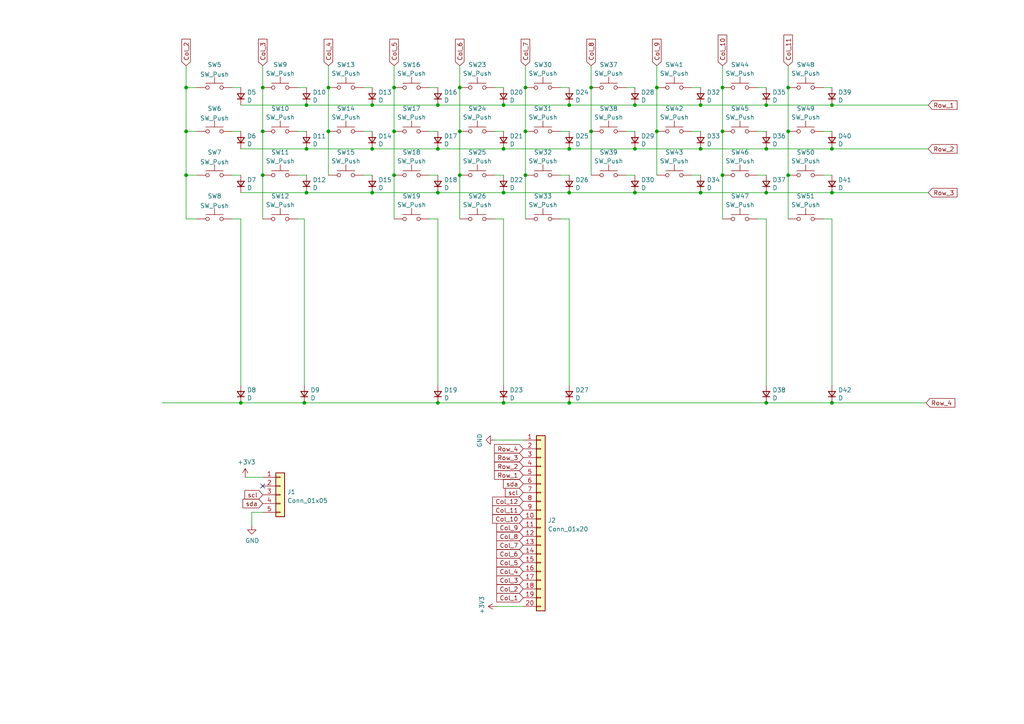
<source format=kicad_sch>
(kicad_sch (version 20211123) (generator eeschema)
  (paper "A4")
  (lib_symbols
    (symbol "Connector_Generic:Conn_01x05" (pin_names (offset 1.016) hide)
      (property "Reference" "J" (at 0 7.62 0))
      (property "Value" "Conn_01x05" (at 0 -7.62 0))
      (symbol "Conn_01x05_1_1"
        (rectangle (start -1.27 -4.953) (end 0 -5.207) (stroke (width 0.1524)))
        (rectangle (start -1.27 -2.413) (end 0 -2.667) (stroke (width 0.1524)))
        (rectangle (start -1.27 0.127) (end 0 -0.127) (stroke (width 0.1524)))
        (rectangle (start -1.27 2.667) (end 0 2.413) (stroke (width 0.1524)))
        (rectangle (start -1.27 5.207) (end 0 4.953) (stroke (width 0.1524)))
        (rectangle (start -1.27 6.35) (end 1.27 -6.35) (stroke (width 0.254)) (fill (type background)))
        (pin passive line (at -5.08 5.08 0) (length 3.81) (name "Pin_1") (number "1"))
        (pin passive line (at -5.08 2.54 0) (length 3.81) (name "Pin_2") (number "2"))
        (pin passive line (at -5.08 0 0) (length 3.81) (name "Pin_3") (number "3"))
        (pin passive line (at -5.08 -2.54 0) (length 3.81) (name "Pin_4") (number "4"))
        (pin passive line (at -5.08 -5.08 0) (length 3.81) (name "Pin_5") (number "5"))
      )
    )
    (symbol "Connector_Generic:Conn_01x20" (pin_names (offset 1.016) hide)
      (property "Reference" "J" (at 0 25.4 0))
      (property "Value" "Conn_01x20" (at 0 -27.94 0))
      (symbol "Conn_01x20_1_1"
        (rectangle (start -1.27 -25.273) (end 0 -25.527) (stroke (width 0.1524)))
        (rectangle (start -1.27 -22.733) (end 0 -22.987) (stroke (width 0.1524)))
        (rectangle (start -1.27 -20.193) (end 0 -20.447) (stroke (width 0.1524)))
        (rectangle (start -1.27 -17.653) (end 0 -17.907) (stroke (width 0.1524)))
        (rectangle (start -1.27 -15.113) (end 0 -15.367) (stroke (width 0.1524)))
        (rectangle (start -1.27 -12.573) (end 0 -12.827) (stroke (width 0.1524)))
        (rectangle (start -1.27 -10.033) (end 0 -10.287) (stroke (width 0.1524)))
        (rectangle (start -1.27 -7.493) (end 0 -7.747) (stroke (width 0.1524)))
        (rectangle (start -1.27 -4.953) (end 0 -5.207) (stroke (width 0.1524)))
        (rectangle (start -1.27 -2.413) (end 0 -2.667) (stroke (width 0.1524)))
        (rectangle (start -1.27 0.127) (end 0 -0.127) (stroke (width 0.1524)))
        (rectangle (start -1.27 2.667) (end 0 2.413) (stroke (width 0.1524)))
        (rectangle (start -1.27 5.207) (end 0 4.953) (stroke (width 0.1524)))
        (rectangle (start -1.27 7.747) (end 0 7.493) (stroke (width 0.1524)))
        (rectangle (start -1.27 10.287) (end 0 10.033) (stroke (width 0.1524)))
        (rectangle (start -1.27 12.827) (end 0 12.573) (stroke (width 0.1524)))
        (rectangle (start -1.27 15.367) (end 0 15.113) (stroke (width 0.1524)))
        (rectangle (start -1.27 17.907) (end 0 17.653) (stroke (width 0.1524)))
        (rectangle (start -1.27 20.447) (end 0 20.193) (stroke (width 0.1524)))
        (rectangle (start -1.27 22.987) (end 0 22.733) (stroke (width 0.1524)))
        (rectangle (start -1.27 24.13) (end 1.27 -26.67) (stroke (width 0.254)) (fill (type background)))
        (pin passive line (at -5.08 22.86 0) (length 3.81) (name "Pin_1") (number "1"))
        (pin passive line (at -5.08 0 0) (length 3.81) (name "Pin_10") (number "10"))
        (pin passive line (at -5.08 -2.54 0) (length 3.81) (name "Pin_11") (number "11"))
        (pin passive line (at -5.08 -5.08 0) (length 3.81) (name "Pin_12") (number "12"))
        (pin passive line (at -5.08 -7.62 0) (length 3.81) (name "Pin_13") (number "13"))
        (pin passive line (at -5.08 -10.16 0) (length 3.81) (name "Pin_14") (number "14"))
        (pin passive line (at -5.08 -12.7 0) (length 3.81) (name "Pin_15") (number "15"))
        (pin passive line (at -5.08 -15.24 0) (length 3.81) (name "Pin_16") (number "16"))
        (pin passive line (at -5.08 -17.78 0) (length 3.81) (name "Pin_17") (number "17"))
        (pin passive line (at -5.08 -20.32 0) (length 3.81) (name "Pin_18") (number "18"))
        (pin passive line (at -5.08 -22.86 0) (length 3.81) (name "Pin_19") (number "19"))
        (pin passive line (at -5.08 20.32 0) (length 3.81) (name "Pin_2") (number "2"))
        (pin passive line (at -5.08 -25.4 0) (length 3.81) (name "Pin_20") (number "20"))
        (pin passive line (at -5.08 17.78 0) (length 3.81) (name "Pin_3") (number "3"))
        (pin passive line (at -5.08 15.24 0) (length 3.81) (name "Pin_4") (number "4"))
        (pin passive line (at -5.08 12.7 0) (length 3.81) (name "Pin_5") (number "5"))
        (pin passive line (at -5.08 10.16 0) (length 3.81) (name "Pin_6") (number "6"))
        (pin passive line (at -5.08 7.62 0) (length 3.81) (name "Pin_7") (number "7"))
        (pin passive line (at -5.08 5.08 0) (length 3.81) (name "Pin_8") (number "8"))
        (pin passive line (at -5.08 2.54 0) (length 3.81) (name "Pin_9") (number "9"))
      )
    )
    (symbol "Device:D_Small" (pin_numbers hide) (pin_names (offset 0.254) hide)
      (property "Reference" "D" (at -1.27 2.032 0))
      (property "Value" "D_Small" (at -3.81 -2.032 0))
      (symbol "D_Small_0_1"
        (polyline (pts (xy -0.762 -1.016) (xy -0.762 1.016)) (stroke (width 0.254)))
        (polyline (pts (xy -0.762 0) (xy 0.762 0)))
        (polyline (pts (xy 0.762 -1.016) (xy -0.762 0) (xy 0.762 1.016) (xy 0.762 -1.016)) (stroke (width 0.254)))
      )
      (symbol "D_Small_1_1"
        (pin passive line (at -2.54 0 0) (length 1.778) (name "K") (number "1"))
        (pin passive line (at 2.54 0 180) (length 1.778) (name "A") (number "2"))
      )
    )
    (symbol "Switch:SW_Push" (pin_numbers hide) (pin_names (offset 1.016) hide)
      (property "Reference" "SW" (at 1.27 2.54 0))
      (property "Value" "SW_Push" (at 0 -1.524 0))
      (symbol "SW_Push_0_1"
        (circle (center -2.032 0) (radius 0.508))
        (polyline (pts (xy 0 1.27) (xy 0 3.048)))
        (polyline (pts (xy 2.54 1.27) (xy -2.54 1.27)))
        (circle (center 2.032 0) (radius 0.508))
        (pin passive line (at -5.08 0 0) (length 2.54) (name "1") (number "1"))
        (pin passive line (at 5.08 0 180) (length 2.54) (name "2") (number "2"))
      )
    )
    (symbol "power:+3V3" (power) (pin_names (offset 0))
      (property "Value" "+3V3" (at 0 3.556 0))
      (symbol "+3V3_0_1"
        (polyline (pts (xy -0.762 1.27) (xy 0 2.54)))
        (polyline (pts (xy 0 0) (xy 0 2.54)))
        (polyline (pts (xy 0 2.54) (xy 0.762 1.27)))
      )
      (symbol "+3V3_1_1"
        (pin power_in line (at 0 0 90) (length 0) hide (name "+3V3") (number "1"))
      )
    )
    (symbol "power:GND" (power) (pin_names (offset 0))
      (property "Value" "GND" (at 0 -3.81 0))
      (symbol "GND_0_1"
        (polyline (pts (xy 0 0) (xy 0 -1.27) (xy 1.27 -1.27) (xy 0 -2.54) (xy -1.27 -1.27) (xy 0 -1.27)))
      )
      (symbol "GND_1_1"
        (pin power_in line (at 0 0 270) (length 0) hide (name "GND") (number "1"))
      )
    )
  )
  (junction (at 127 116.84))
  (junction (at 127 30.48))
  (junction (at 76.2 50.8))
  (junction (at 171.45 25.4))
  (junction (at 114.3 50.8))
  (junction (at 88.265 116.84))
  (junction (at 152.4 38.1))
  (junction (at 146.05 43.18))
  (junction (at 222.25 55.88))
  (junction (at 203.2 30.48))
  (junction (at 127 43.18))
  (junction (at 146.05 116.84))
  (junction (at 165.1 30.48))
  (junction (at 171.45 38.1))
  (junction (at 69.85 116.84))
  (junction (at 165.1 116.84))
  (junction (at 241.3 43.18))
  (junction (at 241.3 116.84))
  (junction (at 133.35 50.8))
  (junction (at 222.25 116.84))
  (junction (at 209.55 50.8))
  (junction (at 165.1 43.18))
  (junction (at 114.3 38.1))
  (junction (at 88.9 55.88))
  (junction (at 165.1 55.88))
  (junction (at 133.35 25.4))
  (junction (at 88.9 30.48))
  (junction (at 76.2 25.4))
  (junction (at 203.2 55.88))
  (junction (at 127 55.88))
  (junction (at 152.4 50.8))
  (junction (at 76.2 38.1))
  (junction (at 209.55 25.4))
  (junction (at 241.3 30.48))
  (junction (at 107.95 30.48))
  (junction (at 107.95 43.18))
  (junction (at 184.15 55.88))
  (junction (at 241.3 55.88))
  (junction (at 228.6 38.1))
  (junction (at 133.35 38.1))
  (junction (at 53.975 25.4))
  (junction (at 190.5 25.4))
  (junction (at 228.6 50.8))
  (junction (at 88.9 43.18))
  (junction (at 107.95 55.88))
  (junction (at 146.05 30.48))
  (junction (at 203.2 43.18))
  (junction (at 209.55 38.1))
  (junction (at 95.25 38.1))
  (junction (at 114.3 25.4))
  (junction (at 190.5 38.1))
  (junction (at 222.25 30.48))
  (junction (at 146.05 55.88))
  (junction (at 53.975 50.8))
  (junction (at 152.4 25.4))
  (junction (at 95.25 25.4))
  (junction (at 184.15 30.48))
  (junction (at 53.975 38.1))
  (junction (at 222.25 43.18))
  (junction (at 228.6 25.4))
  (junction (at 184.15 43.18))
  (no_connect (at 76.2 140.97))
  (wire (pts (xy 238.76 50.8) (xy 241.3 50.8)))
  (wire (pts (xy 76.2 25.4) (xy 76.2 38.1)))
  (wire (pts (xy 162.56 63.5) (xy 165.1 63.5)))
  (wire (pts (xy 133.35 25.4) (xy 133.35 38.1)))
  (wire (pts (xy 238.76 38.1) (xy 241.3 38.1)))
  (wire (pts (xy 67.31 25.4) (xy 69.85 25.4)))
  (wire (pts (xy 53.975 25.4) (xy 57.15 25.4)))
  (wire (pts (xy 76.2 50.8) (xy 76.2 63.5)))
  (wire (pts (xy 200.66 50.8) (xy 203.2 50.8)))
  (wire (pts (xy 95.25 25.4) (xy 95.25 38.1)))
  (wire (pts (xy 114.3 38.1) (xy 114.3 50.8)))
  (wire (pts (xy 73.025 152.4) (xy 73.025 148.59)))
  (wire (pts (xy 53.975 19.05) (xy 53.975 25.4)))
  (wire (pts (xy 69.85 116.84) (xy 88.265 116.84)))
  (wire (pts (xy 228.6 25.4) (xy 228.6 38.1)))
  (wire (pts (xy 107.95 30.48) (xy 127 30.48)))
  (wire (pts (xy 146.05 63.5) (xy 146.05 111.76)))
  (wire (pts (xy 67.31 63.5) (xy 69.85 63.5)))
  (wire (pts (xy 165.1 43.18) (xy 184.15 43.18)))
  (wire (pts (xy 76.2 19.05) (xy 76.2 25.4)))
  (wire (pts (xy 190.5 25.4) (xy 190.5 38.1)))
  (wire (pts (xy 181.61 50.8) (xy 184.15 50.8)))
  (wire (pts (xy 86.36 63.5) (xy 88.265 63.5)))
  (wire (pts (xy 88.9 30.48) (xy 107.95 30.48)))
  (wire (pts (xy 133.35 50.8) (xy 133.985 50.8)))
  (wire (pts (xy 219.71 25.4) (xy 222.25 25.4)))
  (wire (pts (xy 124.46 38.1) (xy 127 38.1)))
  (wire (pts (xy 146.05 116.84) (xy 165.1 116.84)))
  (wire (pts (xy 67.31 38.1) (xy 69.85 38.1)))
  (wire (pts (xy 184.15 55.88) (xy 203.2 55.88)))
  (wire (pts (xy 124.46 25.4) (xy 127 25.4)))
  (wire (pts (xy 222.25 63.5) (xy 222.25 111.76)))
  (wire (pts (xy 209.55 50.8) (xy 209.55 63.5)))
  (wire (pts (xy 69.85 63.5) (xy 69.85 111.76)))
  (wire (pts (xy 107.95 55.88) (xy 127 55.88)))
  (wire (pts (xy 107.95 43.18) (xy 127 43.18)))
  (wire (pts (xy 105.41 38.1) (xy 107.95 38.1)))
  (wire (pts (xy 171.45 38.1) (xy 171.45 50.8)))
  (wire (pts (xy 241.3 43.18) (xy 269.24 43.18)))
  (wire (pts (xy 241.3 55.88) (xy 269.24 55.88)))
  (wire (pts (xy 190.5 38.1) (xy 190.5 50.8)))
  (wire (pts (xy 209.55 19.05) (xy 209.55 25.4)))
  (wire (pts (xy 146.05 55.88) (xy 165.1 55.88)))
  (wire (pts (xy 190.5 19.05) (xy 190.5 25.4)))
  (wire (pts (xy 143.51 63.5) (xy 146.05 63.5)))
  (wire (pts (xy 95.25 38.1) (xy 95.25 50.8)))
  (wire (pts (xy 241.3 63.5) (xy 241.3 111.76)))
  (wire (pts (xy 184.15 43.18) (xy 203.2 43.18)))
  (wire (pts (xy 127 30.48) (xy 146.05 30.48)))
  (wire (pts (xy 200.66 25.4) (xy 203.2 25.4)))
  (wire (pts (xy 209.55 25.4) (xy 209.55 38.1)))
  (wire (pts (xy 162.56 25.4) (xy 165.1 25.4)))
  (wire (pts (xy 181.61 38.1) (xy 184.15 38.1)))
  (wire (pts (xy 241.3 116.84) (xy 268.605 116.84)))
  (wire (pts (xy 76.2 38.1) (xy 76.2 50.8)))
  (wire (pts (xy 53.975 50.8) (xy 53.975 63.5)))
  (wire (pts (xy 146.05 43.18) (xy 165.1 43.18)))
  (wire (pts (xy 124.46 50.8) (xy 127 50.8)))
  (wire (pts (xy 133.35 19.05) (xy 133.35 25.4)))
  (wire (pts (xy 71.12 138.43) (xy 76.2 138.43)))
  (wire (pts (xy 181.61 25.4) (xy 184.15 25.4)))
  (wire (pts (xy 222.25 116.84) (xy 241.3 116.84)))
  (wire (pts (xy 69.85 55.88) (xy 88.9 55.88)))
  (wire (pts (xy 86.36 50.8) (xy 88.9 50.8)))
  (wire (pts (xy 53.975 50.8) (xy 57.15 50.8)))
  (wire (pts (xy 152.4 50.8) (xy 152.4 63.5)))
  (wire (pts (xy 152.4 19.05) (xy 152.4 25.4)))
  (wire (pts (xy 114.3 50.8) (xy 114.3 63.5)))
  (wire (pts (xy 69.85 43.18) (xy 88.9 43.18)))
  (wire (pts (xy 114.3 25.4) (xy 114.3 38.1)))
  (wire (pts (xy 203.2 55.88) (xy 222.25 55.88)))
  (wire (pts (xy 144.145 175.895) (xy 151.765 175.895)))
  (wire (pts (xy 53.975 38.1) (xy 57.15 38.1)))
  (wire (pts (xy 133.35 50.8) (xy 133.35 63.5)))
  (wire (pts (xy 127 63.5) (xy 127 111.76)))
  (wire (pts (xy 203.2 43.18) (xy 222.25 43.18)))
  (wire (pts (xy 53.975 25.4) (xy 53.975 38.1)))
  (wire (pts (xy 241.3 30.48) (xy 269.24 30.48)))
  (wire (pts (xy 222.25 30.48) (xy 241.3 30.48)))
  (wire (pts (xy 165.1 116.84) (xy 222.25 116.84)))
  (wire (pts (xy 219.71 38.1) (xy 222.25 38.1)))
  (wire (pts (xy 209.55 38.1) (xy 209.55 50.8)))
  (wire (pts (xy 165.1 55.88) (xy 184.15 55.88)))
  (wire (pts (xy 238.76 63.5) (xy 241.3 63.5)))
  (wire (pts (xy 133.35 38.1) (xy 133.35 50.8)))
  (wire (pts (xy 88.265 116.84) (xy 127 116.84)))
  (wire (pts (xy 88.9 43.18) (xy 107.95 43.18)))
  (wire (pts (xy 127 43.18) (xy 146.05 43.18)))
  (wire (pts (xy 67.31 50.8) (xy 69.85 50.8)))
  (wire (pts (xy 165.1 63.5) (xy 165.1 111.76)))
  (wire (pts (xy 228.6 50.8) (xy 228.6 63.5)))
  (wire (pts (xy 127 116.84) (xy 146.05 116.84)))
  (wire (pts (xy 105.41 50.8) (xy 107.95 50.8)))
  (wire (pts (xy 86.36 25.4) (xy 88.9 25.4)))
  (wire (pts (xy 69.85 30.48) (xy 88.9 30.48)))
  (wire (pts (xy 222.25 43.18) (xy 241.3 43.18)))
  (wire (pts (xy 73.025 148.59) (xy 76.2 148.59)))
  (wire (pts (xy 88.9 55.88) (xy 107.95 55.88)))
  (wire (pts (xy 146.05 30.48) (xy 165.1 30.48)))
  (wire (pts (xy 152.4 25.4) (xy 152.4 38.1)))
  (wire (pts (xy 88.265 63.5) (xy 88.265 111.76)))
  (wire (pts (xy 162.56 50.8) (xy 165.1 50.8)))
  (wire (pts (xy 86.36 38.1) (xy 88.9 38.1)))
  (wire (pts (xy 219.71 50.8) (xy 222.25 50.8)))
  (wire (pts (xy 228.6 38.1) (xy 228.6 50.8)))
  (wire (pts (xy 222.25 63.5) (xy 219.71 63.5)))
  (wire (pts (xy 46.99 116.84) (xy 69.85 116.84)))
  (wire (pts (xy 171.45 25.4) (xy 171.45 38.1)))
  (wire (pts (xy 203.2 30.48) (xy 222.25 30.48)))
  (wire (pts (xy 124.46 63.5) (xy 127 63.5)))
  (wire (pts (xy 143.51 127.635) (xy 151.765 127.635)))
  (wire (pts (xy 95.25 19.05) (xy 95.25 25.4)))
  (wire (pts (xy 184.15 30.48) (xy 203.2 30.48)))
  (wire (pts (xy 165.1 30.48) (xy 184.15 30.48)))
  (wire (pts (xy 222.25 55.88) (xy 241.3 55.88)))
  (wire (pts (xy 238.76 25.4) (xy 241.3 25.4)))
  (wire (pts (xy 162.56 38.1) (xy 165.1 38.1)))
  (wire (pts (xy 143.51 38.1) (xy 146.05 38.1)))
  (wire (pts (xy 171.45 19.05) (xy 171.45 25.4)))
  (wire (pts (xy 114.3 19.05) (xy 114.3 25.4)))
  (wire (pts (xy 127 55.88) (xy 146.05 55.88)))
  (wire (pts (xy 228.6 19.05) (xy 228.6 25.4)))
  (wire (pts (xy 152.4 38.1) (xy 152.4 50.8)))
  (wire (pts (xy 200.66 38.1) (xy 203.2 38.1)))
  (wire (pts (xy 143.51 50.8) (xy 146.05 50.8)))
  (wire (pts (xy 53.975 63.5) (xy 57.15 63.5)))
  (wire (pts (xy 143.51 25.4) (xy 146.05 25.4)))
  (wire (pts (xy 105.41 25.4) (xy 107.95 25.4)))
  (wire (pts (xy 53.975 38.1) (xy 53.975 50.8)))
  (global_label "Col_4" (shape input) (at 151.765 165.735 180) (property "Intersheet References" "${INTERSHEET_REFS}" (effects hide)))
  (global_label "Col_6" (shape input) (at 151.765 160.655 180) (property "Intersheet References" "${INTERSHEET_REFS}" (effects hide)))
  (global_label "Col_1" (shape input) (at 151.765 173.355 180) (property "Intersheet References" "${INTERSHEET_REFS}" (effects hide)))
  (global_label "Row_1" (shape input) (at 269.24 30.48 0) (property "Intersheet References" "${INTERSHEET_REFS}" (effects hide)))
  (global_label "scl" (shape input) (at 76.2 143.51 180) (property "Intersheetrefs" "${INTERSHEET_REFS}" (effects hide)))
  (global_label "Col_2" (shape input) (at 151.765 170.815 180) (property "Intersheet References" "${INTERSHEET_REFS}" (effects hide)))
  (global_label "Row_2" (shape input) (at 269.24 43.18 0) (property "Intersheet References" "${INTERSHEET_REFS}" (effects hide)))
  (global_label "sda" (shape input) (at 151.765 140.335 180) (property "Intersheetrefs" "${INTERSHEET_REFS}" (effects hide)))
  (global_label "Col_12" (shape input) (at 151.765 145.415 180) (property "Intersheet References" "${INTERSHEET_REFS}" (effects hide)))
  (global_label "Col_8" (shape input) (at 151.765 155.575 180) (property "Intersheet References" "${INTERSHEET_REFS}" (effects hide)))
  (global_label "Col_3" (shape input) (at 76.2 19.05 90) (property "Intersheet References" "${INTERSHEET_REFS}" (effects hide)))
  (global_label "sda" (shape input) (at 76.2 146.05 180) (property "Intersheetrefs" "${INTERSHEET_REFS}" (effects hide)))
  (global_label "Col_4" (shape input) (at 95.25 19.05 90) (property "Intersheet References" "${INTERSHEET_REFS}" (effects hide)))
  (global_label "Row_4" (shape input) (at 268.605 116.84 0) (property "Intersheet References" "${INTERSHEET_REFS}" (effects hide)))
  (global_label "Col_8" (shape input) (at 171.45 19.05 90) (property "Intersheet References" "${INTERSHEET_REFS}" (effects hide)))
  (global_label "Col_3" (shape input) (at 151.765 168.275 180) (property "Intersheet References" "${INTERSHEET_REFS}" (effects hide)))
  (global_label "Col_7" (shape input) (at 152.4 19.05 90) (property "Intersheet References" "${INTERSHEET_REFS}" (effects hide)))
  (global_label "Row_3" (shape input) (at 269.24 55.88 0) (property "Intersheet References" "${INTERSHEET_REFS}" (effects hide)))
  (global_label "Row_3" (shape input) (at 151.765 132.715 180) (property "Intersheet References" "${INTERSHEET_REFS}" (effects hide)))
  (global_label "Col_2" (shape input) (at 53.975 19.05 90) (property "Intersheet References" "${INTERSHEET_REFS}" (effects hide)))
  (global_label "Col_9" (shape input) (at 151.765 153.035 180) (property "Intersheet References" "${INTERSHEET_REFS}" (effects hide)))
  (global_label "Col_10" (shape input) (at 209.55 19.05 90) (property "Intersheet References" "${INTERSHEET_REFS}" (effects hide)))
  (global_label "Row_4" (shape input) (at 151.765 130.175 180) (property "Intersheet References" "${INTERSHEET_REFS}" (effects hide)))
  (global_label "Col_5" (shape input) (at 151.765 163.195 180) (property "Intersheet References" "${INTERSHEET_REFS}" (effects hide)))
  (global_label "Col_5" (shape input) (at 114.3 19.05 90) (property "Intersheet References" "${INTERSHEET_REFS}" (effects hide)))
  (global_label "Col_11" (shape input) (at 228.6 19.05 90) (property "Intersheet References" "${INTERSHEET_REFS}" (effects hide)))
  (global_label "Row_1" (shape input) (at 151.765 137.795 180) (property "Intersheet References" "${INTERSHEET_REFS}" (effects hide)))
  (global_label "Col_9" (shape input) (at 190.5 19.05 90) (property "Intersheet References" "${INTERSHEET_REFS}" (effects hide)))
  (global_label "Row_2" (shape input) (at 151.765 135.255 180) (property "Intersheet References" "${INTERSHEET_REFS}" (effects hide)))
  (global_label "Col_10" (shape input) (at 151.765 150.495 180) (property "Intersheet References" "${INTERSHEET_REFS}" (effects hide)))
  (global_label "Col_6" (shape input) (at 133.35 19.05 90) (property "Intersheet References" "${INTERSHEET_REFS}" (effects hide)))
  (global_label "Col_11" (shape input) (at 151.765 147.955 180) (property "Intersheet References" "${INTERSHEET_REFS}" (effects hide)))
  (global_label "scl" (shape input) (at 151.765 142.875 180) (property "Intersheetrefs" "${INTERSHEET_REFS}" (effects hide)))
  (global_label "Col_7" (shape input) (at 151.765 158.115 180) (property "Intersheet References" "${INTERSHEET_REFS}" (effects hide)))
  (symbol (lib_id "power:+3V3") (at 71.12 138.43 0) (unit 1)
    (property "Reference" "#PWR01" (effects hide))
    (property "Value" "+3V3" (at 71.501 134.0358 0))
  )
  (symbol (lib_id "power:GND") (at 143.51 127.635 270) (unit 1)
    (property "Reference" "#PWR03" (effects hide))
    (property "Value" "GND" (at 139.1158 127.762 0))
  )
  (symbol (lib_id "Device:D_Small") (at 107.95 40.64 90) (unit 1)
    (property "Reference" "D14" (at 109.728 39.4716 90) (effects (justify right)))
    (property "Value" "D" (at 109.728 41.783 90) (effects (justify right)))
    (property "Footprint" "weteor:D_SOD-123" (effects hide))
  )
  (symbol (lib_id "Switch:SW_Push") (at 81.28 25.4 0) (unit 1)
    (property "Reference" "SW9" (at 81.28 18.7792 0))
    (property "Value" "SW_Push" (at 81.28 21.3161 0))
    (property "Footprint" "weteor:CherryMX_Hotswap" (effects hide))
  )
  (symbol (lib_id "Device:D_Small") (at 241.3 114.3 90) (unit 1)
    (property "Reference" "D42" (at 243.078 113.1316 90) (effects (justify right)))
    (property "Value" "D" (at 243.078 115.443 90) (effects (justify right)))
    (property "Footprint" "weteor:D_SOD-123" (effects hide))
  )
  (symbol (lib_id "Switch:SW_Push") (at 119.38 50.8 0) (unit 1)
    (property "Reference" "SW18" (at 119.38 44.1792 0))
    (property "Value" "SW_Push" (at 119.38 46.7161 0))
    (property "Footprint" "weteor:CherryMX_Hotswap" (effects hide))
  )
  (symbol (lib_id "Switch:SW_Push") (at 100.33 50.8 0) (unit 1)
    (property "Reference" "SW15" (at 100.33 44.1792 0))
    (property "Value" "SW_Push" (at 100.33 46.7161 0))
    (property "Footprint" "weteor:CherryMX_Hotswap" (effects hide))
  )
  (symbol (lib_id "Switch:SW_Push") (at 62.23 63.5 0) (unit 1)
    (property "Reference" "SW8" (at 62.23 56.8792 0))
    (property "Value" "SW_Push" (at 62.23 59.69 0))
    (property "Footprint" "weteor:CherryMX_Hotswap" (effects hide))
  )
  (symbol (lib_id "Device:D_Small") (at 165.1 27.94 90) (unit 1)
    (property "Reference" "D24" (at 166.878 26.7716 90) (effects (justify right)))
    (property "Value" "D" (at 166.878 29.083 90) (effects (justify right)))
    (property "Footprint" "weteor:D_SOD-123" (effects hide))
  )
  (symbol (lib_id "Connector_Generic:Conn_01x20") (at 156.845 150.495 0) (unit 1)
    (property "Reference" "J2" (at 158.877 150.9303 0) (effects (justify left)))
    (property "Value" "Conn_01x20" (at 158.877 153.4672 0) (effects (justify left)))
    (property "Footprint" "weteor:FCC 20pin" (effects hide))
  )
  (symbol (lib_id "Device:D_Small") (at 146.05 114.3 90) (unit 1)
    (property "Reference" "D23" (at 147.828 113.1316 90) (effects (justify right)))
    (property "Value" "D" (at 147.828 115.443 90) (effects (justify right)))
    (property "Footprint" "weteor:D_SOD-123" (effects hide))
  )
  (symbol (lib_id "Device:D_Small") (at 222.25 40.64 90) (unit 1)
    (property "Reference" "D36" (at 224.028 39.4716 90) (effects (justify right)))
    (property "Value" "D" (at 224.028 41.783 90) (effects (justify right)))
    (property "Footprint" "weteor:D_SOD-123" (effects hide))
  )
  (symbol (lib_id "Device:D_Small") (at 203.2 40.64 90) (unit 1)
    (property "Reference" "D33" (at 204.978 39.4716 90) (effects (justify right)))
    (property "Value" "D" (at 204.978 41.783 90) (effects (justify right)))
    (property "Footprint" "weteor:D_SOD-123" (effects hide))
  )
  (symbol (lib_id "Switch:SW_Push") (at 81.28 50.8 0) (unit 1)
    (property "Reference" "SW11" (at 81.28 44.1792 0))
    (property "Value" "SW_Push" (at 81.28 46.7161 0))
    (property "Footprint" "weteor:CherryMX_Hotswap" (effects hide))
  )
  (symbol (lib_id "Switch:SW_Push") (at 62.23 50.8 0) (unit 1)
    (property "Reference" "SW7" (at 62.23 44.1792 0))
    (property "Value" "SW_Push" (at 62.23 46.99 0))
    (property "Footprint" "weteor:CherryMX_Hotswap" (effects hide))
  )
  (symbol (lib_id "Switch:SW_Push") (at 157.48 50.8 0) (unit 1)
    (property "Reference" "SW32" (at 157.48 44.1792 0))
    (property "Value" "SW_Push" (at 157.48 46.7161 0))
    (property "Footprint" "weteor:CherryMX_Hotswap" (effects hide))
  )
  (symbol (lib_id "Device:D_Small") (at 184.15 53.34 90) (unit 1)
    (property "Reference" "D30" (at 185.928 52.1716 90) (effects (justify right)))
    (property "Value" "D" (at 185.928 54.483 90) (effects (justify right)))
    (property "Footprint" "weteor:D_SOD-123" (effects hide))
  )
  (symbol (lib_id "Switch:SW_Push") (at 119.38 38.1 0) (unit 1)
    (property "Reference" "SW17" (at 119.38 31.4792 0))
    (property "Value" "SW_Push" (at 119.38 34.0161 0))
    (property "Footprint" "weteor:CherryMX_Hotswap" (effects hide))
  )
  (symbol (lib_id "Switch:SW_Push") (at 138.43 25.4 0) (unit 1)
    (property "Reference" "SW23" (at 138.43 18.7792 0))
    (property "Value" "SW_Push" (at 138.43 21.3161 0))
    (property "Footprint" "weteor:CherryMX_Hotswap" (effects hide))
  )
  (symbol (lib_id "Device:D_Small") (at 241.3 40.64 90) (unit 1)
    (property "Reference" "D40" (at 243.078 39.4716 90) (effects (justify right)))
    (property "Value" "D" (at 243.078 41.783 90) (effects (justify right)))
    (property "Footprint" "weteor:D_SOD-123" (effects hide))
  )
  (symbol (lib_id "power:GND") (at 73.025 152.4 0) (unit 1)
    (property "Reference" "#PWR02" (effects hide))
    (property "Value" "GND" (at 73.152 156.7942 0))
  )
  (symbol (lib_id "Switch:SW_Push") (at 62.23 25.4 0) (unit 1)
    (property "Reference" "SW5" (at 62.23 18.7792 0))
    (property "Value" "SW_Push" (at 62.23 21.59 0))
    (property "Footprint" "weteor:CherryMX_Hotswap" (effects hide))
  )
  (symbol (lib_id "Switch:SW_Push") (at 119.38 63.5 0) (unit 1)
    (property "Reference" "SW19" (at 119.38 56.8792 0))
    (property "Value" "SW_Push" (at 119.38 59.4161 0))
    (property "Footprint" "weteor:CherryMX_Hotswap_2.25u_stabs" (effects hide))
  )
  (symbol (lib_id "Device:D_Small") (at 88.9 40.64 90) (unit 1)
    (property "Reference" "D11" (at 90.678 39.4716 90) (effects (justify right)))
    (property "Value" "D" (at 90.678 41.783 90) (effects (justify right)))
    (property "Footprint" "weteor:D_SOD-123" (effects hide))
  )
  (symbol (lib_id "Switch:SW_Push") (at 100.33 25.4 0) (unit 1)
    (property "Reference" "SW13" (at 100.33 18.7792 0))
    (property "Value" "SW_Push" (at 100.33 21.3161 0))
    (property "Footprint" "weteor:CherryMX_Hotswap" (effects hide))
  )
  (symbol (lib_id "Switch:SW_Push") (at 138.43 50.8 0) (unit 1)
    (property "Reference" "SW25" (at 138.43 44.1792 0))
    (property "Value" "SW_Push" (at 138.43 46.7161 0))
    (property "Footprint" "weteor:CherryMX_Hotswap" (effects hide))
  )
  (symbol (lib_id "Device:D_Small") (at 88.9 27.94 90) (unit 1)
    (property "Reference" "D10" (at 90.678 26.7716 90) (effects (justify right)))
    (property "Value" "D" (at 90.678 29.083 90) (effects (justify right)))
    (property "Footprint" "weteor:D_SOD-123" (effects hide))
  )
  (symbol (lib_id "Switch:SW_Push") (at 214.63 50.8 0) (unit 1)
    (property "Reference" "SW46" (at 214.63 44.1792 0))
    (property "Value" "SW_Push" (at 214.63 46.7161 0))
    (property "Footprint" "weteor:CherryMX_Hotswap" (effects hide))
  )
  (symbol (lib_id "Device:D_Small") (at 69.85 114.3 90) (unit 1)
    (property "Reference" "D8" (at 71.628 113.1316 90) (effects (justify right)))
    (property "Value" "D" (at 71.628 115.443 90) (effects (justify right)))
    (property "Footprint" "weteor:D_SOD-123" (effects hide))
  )
  (symbol (lib_id "Switch:SW_Push") (at 195.58 38.1 0) (unit 1)
    (property "Reference" "SW42" (at 195.58 31.4792 0))
    (property "Value" "SW_Push" (at 195.58 34.0161 0))
    (property "Footprint" "weteor:CherryMX_Hotswap" (effects hide))
  )
  (symbol (lib_id "Switch:SW_Push") (at 157.48 63.5 0) (unit 1)
    (property "Reference" "SW33" (at 157.48 56.8792 0))
    (property "Value" "SW_Push" (at 157.48 59.4161 0))
    (property "Footprint" "weteor:CherryMX_Hotswap_2.25u_stabs" (effects hide))
  )
  (symbol (lib_id "Device:D_Small") (at 69.85 53.34 90) (unit 1)
    (property "Reference" "D7" (at 71.628 52.1716 90) (effects (justify right)))
    (property "Value" "D" (at 71.628 54.483 90) (effects (justify right)))
    (property "Footprint" "weteor:D_SOD-123" (effects hide))
  )
  (symbol (lib_id "Switch:SW_Push") (at 157.48 38.1 0) (unit 1)
    (property "Reference" "SW31" (at 157.48 31.4792 0))
    (property "Value" "SW_Push" (at 157.48 34.0161 0))
    (property "Footprint" "weteor:CherryMX_Hotswap" (effects hide))
  )
  (symbol (lib_id "Switch:SW_Push") (at 176.53 25.4 0) (unit 1)
    (property "Reference" "SW37" (at 176.53 18.7792 0))
    (property "Value" "SW_Push" (at 176.53 21.3161 0))
    (property "Footprint" "weteor:CherryMX_Hotswap" (effects hide))
  )
  (symbol (lib_id "Switch:SW_Push") (at 157.48 25.4 0) (unit 1)
    (property "Reference" "SW30" (at 157.48 18.7792 0))
    (property "Value" "SW_Push" (at 157.48 21.3161 0))
    (property "Footprint" "weteor:CherryMX_Hotswap" (effects hide))
  )
  (symbol (lib_id "Switch:SW_Push") (at 214.63 25.4 0) (unit 1)
    (property "Reference" "SW44" (at 214.63 18.7792 0))
    (property "Value" "SW_Push" (at 214.63 21.3161 0))
    (property "Footprint" "weteor:CherryMX_Hotswap" (effects hide))
  )
  (symbol (lib_id "Switch:SW_Push") (at 138.43 38.1 0) (unit 1)
    (property "Reference" "SW24" (at 138.43 31.4792 0))
    (property "Value" "SW_Push" (at 138.43 34.0161 0))
    (property "Footprint" "weteor:CherryMX_Hotswap" (effects hide))
  )
  (symbol (lib_id "Device:D_Small") (at 69.85 27.94 90) (unit 1)
    (property "Reference" "D5" (at 71.628 26.7716 90) (effects (justify right)))
    (property "Value" "D" (at 71.628 29.083 90) (effects (justify right)))
    (property "Footprint" "weteor:D_SOD-123" (effects hide))
  )
  (symbol (lib_id "Switch:SW_Push") (at 195.58 25.4 0) (unit 1)
    (property "Reference" "SW41" (at 195.58 18.7792 0))
    (property "Value" "SW_Push" (at 195.58 21.3161 0))
    (property "Footprint" "weteor:CherryMX_Hotswap" (effects hide))
  )
  (symbol (lib_id "Device:D_Small") (at 184.15 40.64 90) (unit 1)
    (property "Reference" "D29" (at 185.928 39.4716 90) (effects (justify right)))
    (property "Value" "D" (at 185.928 41.783 90) (effects (justify right)))
    (property "Footprint" "weteor:D_SOD-123" (effects hide))
  )
  (symbol (lib_id "Switch:SW_Push") (at 233.68 63.5 0) (unit 1)
    (property "Reference" "SW51" (at 233.68 56.8792 0))
    (property "Value" "SW_Push" (at 233.68 59.4161 0))
    (property "Footprint" "weteor:CherryMX_Hotswap" (effects hide))
  )
  (symbol (lib_id "Device:D_Small") (at 184.15 27.94 90) (unit 1)
    (property "Reference" "D28" (at 185.928 26.7716 90) (effects (justify right)))
    (property "Value" "D" (at 185.928 29.083 90) (effects (justify right)))
    (property "Footprint" "weteor:D_SOD-123" (effects hide))
  )
  (symbol (lib_id "Switch:SW_Push") (at 62.23 38.1 0) (unit 1)
    (property "Reference" "SW6" (at 62.23 31.4792 0))
    (property "Value" "SW_Push" (at 62.23 34.29 0))
    (property "Footprint" "weteor:CherryMX_Hotswap" (effects hide))
  )
  (symbol (lib_id "Device:D_Small") (at 241.3 27.94 90) (unit 1)
    (property "Reference" "D39" (at 243.078 26.7716 90) (effects (justify right)))
    (property "Value" "D" (at 243.078 29.083 90) (effects (justify right)))
    (property "Footprint" "weteor:D_SOD-123" (effects hide))
  )
  (symbol (lib_id "Device:D_Small") (at 222.25 53.34 90) (unit 1)
    (property "Reference" "D37" (at 224.028 52.1716 90) (effects (justify right)))
    (property "Value" "D" (at 224.028 54.483 90) (effects (justify right)))
    (property "Footprint" "weteor:D_SOD-123" (effects hide))
  )
  (symbol (lib_id "Device:D_Small") (at 88.9 53.34 90) (unit 1)
    (property "Reference" "D12" (at 90.678 52.1716 90) (effects (justify right)))
    (property "Value" "D" (at 90.678 54.483 90) (effects (justify right)))
    (property "Footprint" "weteor:D_SOD-123" (effects hide))
  )
  (symbol (lib_id "Switch:SW_Push") (at 100.33 38.1 0) (unit 1)
    (property "Reference" "SW14" (at 100.33 31.4792 0))
    (property "Value" "SW_Push" (at 100.33 34.0161 0))
    (property "Footprint" "weteor:CherryMX_Hotswap" (effects hide))
  )
  (symbol (lib_id "Switch:SW_Push") (at 138.43 63.5 0) (unit 1)
    (property "Reference" "SW26" (at 138.43 56.8792 0))
    (property "Value" "SW_Push" (at 138.43 59.4161 0))
    (property "Footprint" "weteor:CherryMX_Hotswap_1.75u" (effects hide))
  )
  (symbol (lib_id "Switch:SW_Push") (at 214.63 38.1 0) (unit 1)
    (property "Reference" "SW45" (at 214.63 31.4792 0))
    (property "Value" "SW_Push" (at 214.63 34.0161 0))
    (property "Footprint" "weteor:CherryMX_Hotswap" (effects hide))
  )
  (symbol (lib_id "Switch:SW_Push") (at 233.68 25.4 0) (unit 1)
    (property "Reference" "SW48" (at 233.68 18.7792 0))
    (property "Value" "SW_Push" (at 233.68 21.3161 0))
    (property "Footprint" "weteor:CherryMX_Hotswap" (effects hide))
  )
  (symbol (lib_id "Switch:SW_Push") (at 176.53 50.8 0) (unit 1)
    (property "Reference" "SW39" (at 176.53 44.1792 0))
    (property "Value" "SW_Push" (at 176.53 46.7161 0))
    (property "Footprint" "weteor:CherryMX_Hotswap" (effects hide))
  )
  (symbol (lib_id "Device:D_Small") (at 127 53.34 90) (unit 1)
    (property "Reference" "D18" (at 128.778 52.1716 90) (effects (justify right)))
    (property "Value" "D" (at 128.778 54.483 90) (effects (justify right)))
    (property "Footprint" "weteor:D_SOD-123" (effects hide))
  )
  (symbol (lib_id "Device:D_Small") (at 241.3 53.34 90) (unit 1)
    (property "Reference" "D41" (at 243.078 52.1716 90) (effects (justify right)))
    (property "Value" "D" (at 243.078 54.483 90) (effects (justify right)))
    (property "Footprint" "weteor:D_SOD-123" (effects hide))
  )
  (symbol (lib_id "Switch:SW_Push") (at 176.53 38.1 0) (unit 1)
    (property "Reference" "SW38" (at 176.53 31.4792 0))
    (property "Value" "SW_Push" (at 176.53 34.0161 0))
    (property "Footprint" "weteor:CherryMX_Hotswap" (effects hide))
  )
  (symbol (lib_id "Device:D_Small") (at 107.95 53.34 90) (unit 1)
    (property "Reference" "D15" (at 109.728 52.1716 90) (effects (justify right)))
    (property "Value" "D" (at 109.728 54.483 90) (effects (justify right)))
    (property "Footprint" "weteor:D_SOD-123" (effects hide))
  )
  (symbol (lib_id "Device:D_Small") (at 165.1 40.64 90) (unit 1)
    (property "Reference" "D25" (at 166.878 39.4716 90) (effects (justify right)))
    (property "Value" "D" (at 166.878 41.783 90) (effects (justify right)))
    (property "Footprint" "weteor:D_SOD-123" (effects hide))
  )
  (symbol (lib_id "Device:D_Small") (at 222.25 114.3 90) (unit 1)
    (property "Reference" "D38" (at 224.028 113.1316 90) (effects (justify right)))
    (property "Value" "D" (at 224.028 115.443 90) (effects (justify right)))
    (property "Footprint" "weteor:D_SOD-123" (effects hide))
  )
  (symbol (lib_id "Switch:SW_Push") (at 195.58 50.8 0) (unit 1)
    (property "Reference" "SW43" (at 195.58 44.1792 0))
    (property "Value" "SW_Push" (at 195.58 46.7161 0))
    (property "Footprint" "weteor:CherryMX_Hotswap" (effects hide))
  )
  (symbol (lib_id "Device:D_Small") (at 127 40.64 90) (unit 1)
    (property "Reference" "D17" (at 128.778 39.4716 90) (effects (justify right)))
    (property "Value" "D" (at 128.778 41.783 90) (effects (justify right)))
    (property "Footprint" "weteor:D_SOD-123" (effects hide))
  )
  (symbol (lib_id "Switch:SW_Push") (at 81.28 63.5 0) (unit 1)
    (property "Reference" "SW12" (at 81.28 56.8792 0))
    (property "Value" "SW_Push" (at 81.28 59.4161 0))
    (property "Footprint" "weteor:CherryMX_Hotswap" (effects hide))
  )
  (symbol (lib_id "Device:D_Small") (at 146.05 27.94 90) (unit 1)
    (property "Reference" "D20" (at 147.828 26.7716 90) (effects (justify right)))
    (property "Value" "D" (at 147.828 29.083 90) (effects (justify right)))
    (property "Footprint" "weteor:D_SOD-123" (effects hide))
  )
  (symbol (lib_id "Device:D_Small") (at 165.1 114.3 90) (unit 1)
    (property "Reference" "D27" (at 166.878 113.1316 90) (effects (justify right)))
    (property "Value" "D" (at 166.878 115.443 90) (effects (justify right)))
    (property "Footprint" "weteor:D_SOD-123" (effects hide))
  )
  (symbol (lib_id "Device:D_Small") (at 69.85 40.64 90) (unit 1)
    (property "Reference" "D6" (at 71.628 39.4716 90) (effects (justify right)))
    (property "Value" "D" (at 71.628 41.783 90) (effects (justify right)))
    (property "Footprint" "weteor:D_SOD-123" (effects hide))
  )
  (symbol (lib_id "Device:D_Small") (at 222.25 27.94 90) (unit 1)
    (property "Reference" "D35" (at 224.028 26.7716 90) (effects (justify right)))
    (property "Value" "D" (at 224.028 29.083 90) (effects (justify right)))
    (property "Footprint" "weteor:D_SOD-123" (effects hide))
  )
  (symbol (lib_id "Device:D_Small") (at 146.05 40.64 90) (unit 1)
    (property "Reference" "D21" (at 147.828 39.4716 90) (effects (justify right)))
    (property "Value" "D" (at 147.828 41.783 90) (effects (justify right)))
    (property "Footprint" "weteor:D_SOD-123" (effects hide))
  )
  (symbol (lib_id "Switch:SW_Push") (at 214.63 63.5 0) (unit 1)
    (property "Reference" "SW47" (at 214.63 56.8792 0))
    (property "Value" "SW_Push" (at 214.63 59.4161 0))
    (property "Footprint" "weteor:CherryMX_Hotswap" (effects hide))
  )
  (symbol (lib_id "Device:D_Small") (at 165.1 53.34 90) (unit 1)
    (property "Reference" "D26" (at 166.878 52.1716 90) (effects (justify right)))
    (property "Value" "D" (at 166.878 54.483 90) (effects (justify right)))
    (property "Footprint" "weteor:D_SOD-123" (effects hide))
  )
  (symbol (lib_id "Device:D_Small") (at 107.95 27.94 90) (unit 1)
    (property "Reference" "D13" (at 109.728 26.7716 90) (effects (justify right)))
    (property "Value" "D" (at 109.728 29.083 90) (effects (justify right)))
    (property "Footprint" "weteor:D_SOD-123" (effects hide))
  )
  (symbol (lib_id "power:+3V3") (at 144.145 175.895 90) (unit 1)
    (property "Reference" "#PWR04" (effects hide))
    (property "Value" "+3V3" (at 139.7508 175.514 0))
  )
  (symbol (lib_id "Device:D_Small") (at 127 27.94 90) (unit 1)
    (property "Reference" "D16" (at 128.778 26.7716 90) (effects (justify right)))
    (property "Value" "D" (at 128.778 29.083 90) (effects (justify right)))
    (property "Footprint" "weteor:D_SOD-123" (effects hide))
  )
  (symbol (lib_id "Device:D_Small") (at 203.2 53.34 90) (unit 1)
    (property "Reference" "D34" (at 204.978 52.1716 90) (effects (justify right)))
    (property "Value" "D" (at 204.978 54.483 90) (effects (justify right)))
    (property "Footprint" "weteor:D_SOD-123" (effects hide))
  )
  (symbol (lib_id "Device:D_Small") (at 88.265 114.3 90) (unit 1)
    (property "Reference" "D9" (at 90.043 113.1316 90) (effects (justify right)))
    (property "Value" "D" (at 90.043 115.443 90) (effects (justify right)))
    (property "Footprint" "weteor:D_SOD-123" (effects hide))
  )
  (symbol (lib_id "Device:D_Small") (at 203.2 27.94 90) (unit 1)
    (property "Reference" "D32" (at 204.978 26.7716 90) (effects (justify right)))
    (property "Value" "D" (at 204.978 29.083 90) (effects (justify right)))
    (property "Footprint" "weteor:D_SOD-123" (effects hide))
  )
  (symbol (lib_id "Switch:SW_Push") (at 81.28 38.1 0) (unit 1)
    (property "Reference" "SW10" (at 81.28 31.4792 0))
    (property "Value" "SW_Push" (at 81.28 34.0161 0))
    (property "Footprint" "weteor:CherryMX_Hotswap" (effects hide))
  )
  (symbol (lib_id "Device:D_Small") (at 127 114.3 90) (unit 1)
    (property "Reference" "D19" (at 128.778 113.1316 90) (effects (justify right)))
    (property "Value" "D" (at 128.778 115.443 90) (effects (justify right)))
    (property "Footprint" "weteor:D_SOD-123" (effects hide))
  )
  (symbol (lib_id "Switch:SW_Push") (at 119.38 25.4 0) (unit 1)
    (property "Reference" "SW16" (at 119.38 18.7792 0))
    (property "Value" "SW_Push" (at 119.38 21.3161 0))
    (property "Footprint" "weteor:CherryMX_Hotswap" (effects hide))
  )
  (symbol (lib_id "Connector_Generic:Conn_01x05") (at 81.28 143.51 0) (unit 1)
    (property "Reference" "J1" (at 83.312 142.6753 0) (effects (justify left)))
    (property "Value" "Conn_01x05" (at 83.312 145.2122 0) (effects (justify left)))
    (property "Footprint" "weteor:FCC 5pin" (effects hide))
  )
  (symbol (lib_id "Device:D_Small") (at 146.05 53.34 90) (unit 1)
    (property "Reference" "D22" (at 147.828 52.1716 90) (effects (justify right)))
    (property "Value" "D" (at 147.828 54.483 90) (effects (justify right)))
    (property "Footprint" "weteor:D_SOD-123" (effects hide))
  )
  (symbol (lib_id "Switch:SW_Push") (at 233.68 50.8 0) (unit 1)
    (property "Reference" "SW50" (at 233.68 44.1792 0))
    (property "Value" "SW_Push" (at 233.68 46.7161 0))
    (property "Footprint" "weteor:CherryMX_Hotswap" (effects hide))
  )
  (symbol (lib_id "Switch:SW_Push") (at 233.68 38.1 0) (unit 1)
    (property "Reference" "SW49" (at 233.68 31.4792 0))
    (property "Value" "SW_Push" (at 233.68 34.0161 0))
    (property "Footprint" "weteor:CherryMX_Hotswap" (effects hide))
  )
)
</source>
